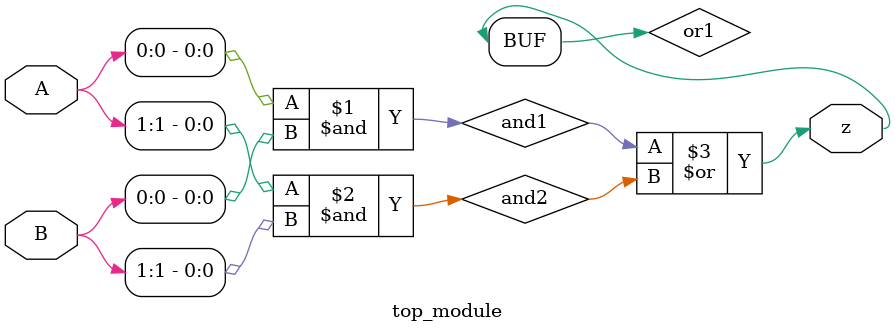
<source format=v>
module top_module ( input [1:0] A, input [1:0] B, output z ); 
	// Insert your code here
	wire and1 = A[0] & B[0];
	wire and2 = A[1] & B[1];
	wire or1 = and1 | and2;
	assign z = or1;
endmodule
</source>
